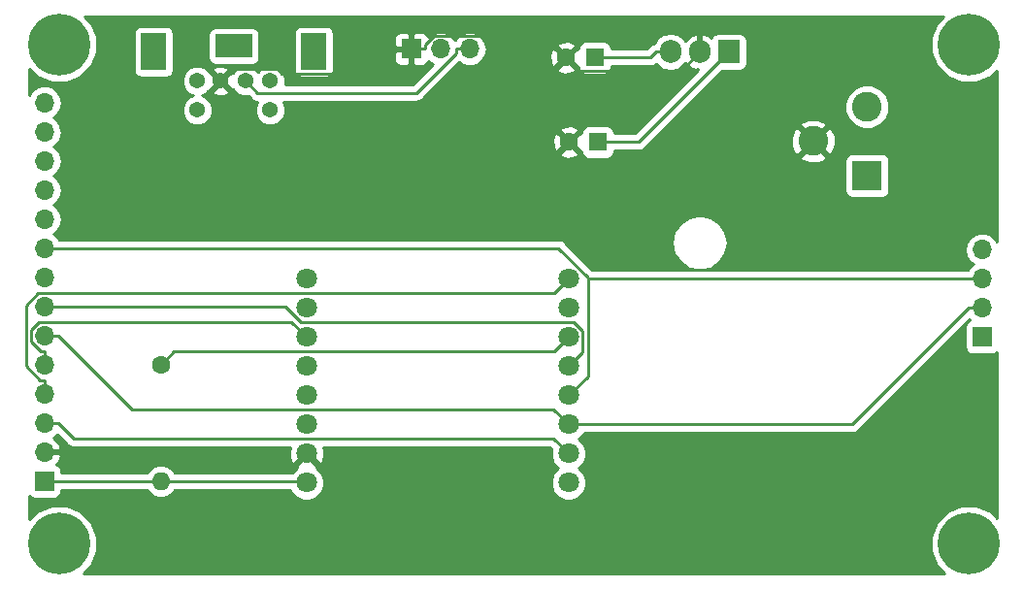
<source format=gtl>
G04 #@! TF.GenerationSoftware,KiCad,Pcbnew,5.0.2+dfsg1-1~bpo9+1*
G04 #@! TF.CreationDate,2019-06-18T09:35:30+01:00*
G04 #@! TF.ProjectId,esp8bit,65737038-6269-4742-9e6b-696361645f70,rev?*
G04 #@! TF.SameCoordinates,Original*
G04 #@! TF.FileFunction,Copper,L1,Top*
G04 #@! TF.FilePolarity,Positive*
%FSLAX46Y46*%
G04 Gerber Fmt 4.6, Leading zero omitted, Abs format (unit mm)*
G04 Created by KiCad (PCBNEW 5.0.2+dfsg1-1~bpo9+1) date Tue 18 Jun 2019 09:35:30 IST*
%MOMM*%
%LPD*%
G01*
G04 APERTURE LIST*
G04 #@! TA.AperFunction,ComponentPad*
%ADD10C,5.400000*%
G04 #@! TD*
G04 #@! TA.AperFunction,ComponentPad*
%ADD11O,1.700000X1.700000*%
G04 #@! TD*
G04 #@! TA.AperFunction,ComponentPad*
%ADD12R,1.700000X1.700000*%
G04 #@! TD*
G04 #@! TA.AperFunction,ComponentPad*
%ADD13R,1.600000X1.600000*%
G04 #@! TD*
G04 #@! TA.AperFunction,ComponentPad*
%ADD14C,1.600000*%
G04 #@! TD*
G04 #@! TA.AperFunction,ComponentPad*
%ADD15R,2.600000X2.600000*%
G04 #@! TD*
G04 #@! TA.AperFunction,ComponentPad*
%ADD16C,2.600000*%
G04 #@! TD*
G04 #@! TA.AperFunction,ComponentPad*
%ADD17R,1.905000X2.000000*%
G04 #@! TD*
G04 #@! TA.AperFunction,ComponentPad*
%ADD18O,1.905000X2.000000*%
G04 #@! TD*
G04 #@! TA.AperFunction,ComponentPad*
%ADD19O,1.600000X1.600000*%
G04 #@! TD*
G04 #@! TA.AperFunction,ComponentPad*
%ADD20R,2.169160X3.200400*%
G04 #@! TD*
G04 #@! TA.AperFunction,ComponentPad*
%ADD21R,3.200400X1.998980*%
G04 #@! TD*
G04 #@! TA.AperFunction,ComponentPad*
%ADD22C,1.371600*%
G04 #@! TD*
G04 #@! TA.AperFunction,ComponentPad*
%ADD23C,1.800000*%
G04 #@! TD*
G04 #@! TA.AperFunction,Conductor*
%ADD24C,0.250000*%
G04 #@! TD*
G04 #@! TA.AperFunction,Conductor*
%ADD25C,0.254000*%
G04 #@! TD*
G04 APERTURE END LIST*
D10*
G04 #@! TO.P,REF1,1*
G04 #@! TO.N,N/C*
X80010000Y-43815000D03*
G04 #@! TD*
G04 #@! TO.P,REF2,1*
G04 #@! TO.N,N/C*
X159385000Y-43815000D03*
G04 #@! TD*
G04 #@! TO.P,REF4,1*
G04 #@! TO.N,N/C*
X80010000Y-87376000D03*
G04 #@! TD*
G04 #@! TO.P,REF3,1*
G04 #@! TO.N,N/C*
X159385000Y-87376000D03*
G04 #@! TD*
D11*
G04 #@! TO.P,J4,3*
G04 #@! TO.N,VCC*
X115824000Y-44196000D03*
G04 #@! TO.P,J4,2*
G04 #@! TO.N,/Sound*
X113284000Y-44196000D03*
D12*
G04 #@! TO.P,J4,1*
G04 #@! TO.N,GND*
X110744000Y-44196000D03*
G04 #@! TD*
D13*
G04 #@! TO.P,C2,1*
G04 #@! TO.N,VCC*
X126746000Y-44958000D03*
D14*
G04 #@! TO.P,C2,2*
G04 #@! TO.N,GND*
X124246000Y-44958000D03*
G04 #@! TD*
D13*
G04 #@! TO.P,C1,1*
G04 #@! TO.N,+9V*
X127000000Y-52324000D03*
D14*
G04 #@! TO.P,C1,2*
G04 #@! TO.N,GND*
X124500000Y-52324000D03*
G04 #@! TD*
D15*
G04 #@! TO.P,J5,1*
G04 #@! TO.N,+9V*
X150495000Y-55245000D03*
D16*
G04 #@! TO.P,J5,2*
G04 #@! TO.N,Net-(J5-Pad2)*
X150495000Y-49245000D03*
G04 #@! TO.P,J5,3*
G04 #@! TO.N,GND*
X145795000Y-52245000D03*
G04 #@! TD*
D12*
G04 #@! TO.P,J3,1*
G04 #@! TO.N,/SD_CS*
X160528000Y-69342000D03*
D11*
G04 #@! TO.P,J3,2*
G04 #@! TO.N,/MOSI*
X160528000Y-66802000D03*
G04 #@! TO.P,J3,3*
G04 #@! TO.N,/MISO*
X160528000Y-64262000D03*
G04 #@! TO.P,J3,4*
G04 #@! TO.N,/SCK*
X160528000Y-61722000D03*
G04 #@! TD*
D12*
G04 #@! TO.P,J1,1*
G04 #@! TO.N,VCC*
X78740000Y-81915000D03*
D11*
G04 #@! TO.P,J1,2*
G04 #@! TO.N,GND*
X78740000Y-79375000D03*
G04 #@! TO.P,J1,3*
G04 #@! TO.N,/TFT_CS*
X78740000Y-76835000D03*
G04 #@! TO.P,J1,4*
G04 #@! TO.N,/Rst*
X78740000Y-74295000D03*
G04 #@! TO.P,J1,5*
G04 #@! TO.N,/DC*
X78740000Y-71755000D03*
G04 #@! TO.P,J1,6*
G04 #@! TO.N,/MOSI*
X78740000Y-69215000D03*
G04 #@! TO.P,J1,7*
G04 #@! TO.N,/SCK*
X78740000Y-66675000D03*
G04 #@! TO.P,J1,8*
G04 #@! TO.N,VCC*
X78740000Y-64135000D03*
G04 #@! TO.P,J1,9*
G04 #@! TO.N,/MISO*
X78740000Y-61595000D03*
G04 #@! TO.P,J1,10*
G04 #@! TO.N,/T_CLK*
X78740000Y-59055000D03*
G04 #@! TO.P,J1,11*
G04 #@! TO.N,/T_CS*
X78740000Y-56515000D03*
G04 #@! TO.P,J1,12*
G04 #@! TO.N,/T_DIN*
X78740000Y-53975000D03*
G04 #@! TO.P,J1,13*
G04 #@! TO.N,/T_OUT*
X78740000Y-51435000D03*
G04 #@! TO.P,J1,14*
G04 #@! TO.N,/T_IRQ*
X78740000Y-48895000D03*
G04 #@! TD*
D17*
G04 #@! TO.P,U2,1*
G04 #@! TO.N,+9V*
X138430000Y-44450000D03*
D18*
G04 #@! TO.P,U2,2*
G04 #@! TO.N,GND*
X135890000Y-44450000D03*
G04 #@! TO.P,U2,3*
G04 #@! TO.N,VCC*
X133350000Y-44450000D03*
G04 #@! TD*
D14*
G04 #@! TO.P,R1,1*
G04 #@! TO.N,/SD_CS*
X88900000Y-71755000D03*
D19*
G04 #@! TO.P,R1,2*
G04 #@! TO.N,VCC*
X88900000Y-81915000D03*
G04 #@! TD*
D20*
G04 #@! TO.P,J2,GND*
G04 #@! TO.N,N/C*
X102235000Y-44450000D03*
X88265000Y-44450000D03*
D21*
X95250000Y-43942000D03*
D22*
G04 #@! TO.P,J2,2*
G04 #@! TO.N,Net-(J2-Pad2)*
X92075000Y-46990000D03*
G04 #@! TO.P,J2,5*
G04 #@! TO.N,/KBD_CLK*
X98425000Y-46990000D03*
G04 #@! TO.P,J2,6*
G04 #@! TO.N,Net-(J2-Pad6)*
X98425000Y-49530000D03*
G04 #@! TO.P,J2,1*
G04 #@! TO.N,/KBD_DATA*
X92075000Y-49530000D03*
G04 #@! TO.P,J2,3*
G04 #@! TO.N,GND*
X94107000Y-46990000D03*
G04 #@! TO.P,J2,4*
G04 #@! TO.N,VCC*
X96266000Y-46990000D03*
G04 #@! TD*
D23*
G04 #@! TO.P,U1,9*
G04 #@! TO.N,/Rst*
X124460000Y-64262000D03*
G04 #@! TO.P,U1,10*
G04 #@! TO.N,Net-(U1-Pad10)*
X124460000Y-66802000D03*
G04 #@! TO.P,U1,11*
G04 #@! TO.N,/SD_CS*
X124460000Y-69342000D03*
G04 #@! TO.P,U1,12*
G04 #@! TO.N,/SCK*
X124460000Y-71882000D03*
G04 #@! TO.P,U1,13*
G04 #@! TO.N,/MISO*
X124460000Y-74422000D03*
G04 #@! TO.P,U1,14*
G04 #@! TO.N,/MOSI*
X124460000Y-76962000D03*
G04 #@! TO.P,U1,15*
G04 #@! TO.N,/TFT_CS*
X124460000Y-79502000D03*
G04 #@! TO.P,U1,16*
G04 #@! TO.N,Net-(U1-Pad16)*
X124460000Y-82042000D03*
G04 #@! TO.P,U1,1*
G04 #@! TO.N,VCC*
X101600000Y-82042000D03*
G04 #@! TO.P,U1,2*
G04 #@! TO.N,GND*
X101600000Y-79502000D03*
G04 #@! TO.P,U1,3*
G04 #@! TO.N,/KBD_CLK*
X101600000Y-76962000D03*
G04 #@! TO.P,U1,4*
G04 #@! TO.N,/KBD_DATA*
X101600000Y-74422000D03*
G04 #@! TO.P,U1,5*
G04 #@! TO.N,/Sound*
X101600000Y-71882000D03*
G04 #@! TO.P,U1,6*
G04 #@! TO.N,/DC*
X101600000Y-69342000D03*
G04 #@! TO.P,U1,7*
G04 #@! TO.N,Net-(U1-Pad7)*
X101600000Y-66802000D03*
G04 #@! TO.P,U1,8*
G04 #@! TO.N,Net-(U1-Pad8)*
X101600000Y-64262000D03*
G04 #@! TD*
D24*
G04 #@! TO.N,/DC*
X78740000Y-70579700D02*
X78438700Y-70579700D01*
X78438700Y-70579700D02*
X77564700Y-69705700D01*
X77564700Y-69705700D02*
X77564700Y-68720100D01*
X77564700Y-68720100D02*
X78253100Y-68031700D01*
X78253100Y-68031700D02*
X100289700Y-68031700D01*
X100289700Y-68031700D02*
X101600000Y-69342000D01*
X78740000Y-71755000D02*
X78740000Y-70579700D01*
G04 #@! TO.N,GND*
X125371000Y-46083400D02*
X125371000Y-51452600D01*
X125371000Y-51452600D02*
X124500000Y-52324000D01*
X135890000Y-44450000D02*
X134257000Y-46083400D01*
X134257000Y-46083400D02*
X125371000Y-46083400D01*
X124246000Y-44958000D02*
X122309000Y-43020700D01*
X122309000Y-43020700D02*
X112727000Y-43020700D01*
X112727000Y-43020700D02*
X111919000Y-43828600D01*
X111919000Y-43828600D02*
X111919000Y-44196000D01*
X111919000Y-44196000D02*
X110744000Y-44196000D01*
X94107000Y-46990000D02*
X95118100Y-45978900D01*
X95118100Y-45978900D02*
X99039500Y-45978900D01*
X99039500Y-45978900D02*
X99436200Y-46375600D01*
X99436200Y-46375600D02*
X107389000Y-46375600D01*
X107389000Y-46375600D02*
X109569000Y-44196000D01*
X109569000Y-44196000D02*
X110744000Y-44196000D01*
X125371000Y-46083400D02*
X124246000Y-44958000D01*
G04 #@! TO.N,VCC*
X88900000Y-81915000D02*
X101473000Y-81915000D01*
X101473000Y-81915000D02*
X101600000Y-82042000D01*
X88900000Y-81915000D02*
X78740000Y-81915000D01*
X96266000Y-46990000D02*
X97296800Y-48020800D01*
X97296800Y-48020800D02*
X111191000Y-48020800D01*
X111191000Y-48020800D02*
X114649000Y-44563300D01*
X114649000Y-44563300D02*
X114649000Y-44196000D01*
X114649000Y-44196000D02*
X115824000Y-44196000D01*
X126746000Y-44958000D02*
X131564000Y-44958000D01*
X131564000Y-44958000D02*
X132072000Y-44450000D01*
X132072000Y-44450000D02*
X133350000Y-44450000D01*
G04 #@! TO.N,/TFT_CS*
X78740000Y-76835000D02*
X79915300Y-76835000D01*
X124460000Y-79502000D02*
X123157600Y-78199600D01*
X123157600Y-78199600D02*
X81279900Y-78199600D01*
X81279900Y-78199600D02*
X79915300Y-76835000D01*
G04 #@! TO.N,/MOSI*
X78740000Y-69215000D02*
X79915300Y-69215000D01*
X79915300Y-69215000D02*
X86347700Y-75647400D01*
X86347700Y-75647400D02*
X123145400Y-75647400D01*
X123145400Y-75647400D02*
X124460000Y-76962000D01*
X160528000Y-66802000D02*
X159352700Y-66802000D01*
X124460000Y-76962000D02*
X149192700Y-76962000D01*
X149192700Y-76962000D02*
X159352700Y-66802000D01*
G04 #@! TO.N,/MISO*
X126144600Y-64262000D02*
X126144600Y-72737400D01*
X126144600Y-72737400D02*
X124460000Y-74422000D01*
X78740000Y-61595000D02*
X123561900Y-61595000D01*
X123561900Y-61595000D02*
X126144600Y-64177700D01*
X126144600Y-64177700D02*
X126144600Y-64262000D01*
X126144600Y-64262000D02*
X160528000Y-64262000D01*
G04 #@! TO.N,/SCK*
X124460000Y-71882000D02*
X125694200Y-70647800D01*
X125694200Y-70647800D02*
X125694200Y-68828500D01*
X125694200Y-68828500D02*
X124937700Y-68072000D01*
X124937700Y-68072000D02*
X101137100Y-68072000D01*
X101137100Y-68072000D02*
X99740100Y-66675000D01*
X99740100Y-66675000D02*
X78740000Y-66675000D01*
G04 #@! TO.N,/SD_CS*
X124460000Y-69342000D02*
X123190000Y-70612000D01*
X123190000Y-70612000D02*
X90043000Y-70612000D01*
X90043000Y-70612000D02*
X88900000Y-71755000D01*
G04 #@! TO.N,/Rst*
X124460000Y-64262000D02*
X123222500Y-65499500D01*
X123222500Y-65499500D02*
X78203500Y-65499500D01*
X78203500Y-65499500D02*
X77114400Y-66588600D01*
X77114400Y-66588600D02*
X77114400Y-71861500D01*
X77114400Y-71861500D02*
X78372600Y-73119700D01*
X78372600Y-73119700D02*
X78740000Y-73119700D01*
X78740000Y-74295000D02*
X78740000Y-73119700D01*
G04 #@! TO.N,+9V*
X138430000Y-44450000D02*
X130556000Y-52324000D01*
X130556000Y-52324000D02*
X127000000Y-52324000D01*
G04 #@! TD*
D25*
G04 #@! TO.N,GND*
G36*
X159457375Y-67872625D02*
X159475619Y-67884816D01*
X159430235Y-67893843D01*
X159220191Y-68034191D01*
X159079843Y-68244235D01*
X159030560Y-68492000D01*
X159030560Y-70192000D01*
X159079843Y-70439765D01*
X159220191Y-70649809D01*
X159430235Y-70790157D01*
X159678000Y-70839440D01*
X161378000Y-70839440D01*
X161625765Y-70790157D01*
X161835809Y-70649809D01*
X161850000Y-70628570D01*
X161850000Y-85124597D01*
X161274126Y-84548723D01*
X160048373Y-84041000D01*
X158721627Y-84041000D01*
X157495874Y-84548723D01*
X156557723Y-85486874D01*
X156050000Y-86712627D01*
X156050000Y-88039373D01*
X156557723Y-89265126D01*
X157260597Y-89968000D01*
X82134403Y-89968000D01*
X82837277Y-89265126D01*
X83345000Y-88039373D01*
X83345000Y-86712627D01*
X82837277Y-85486874D01*
X81899126Y-84548723D01*
X80673373Y-84041000D01*
X79346627Y-84041000D01*
X78120874Y-84548723D01*
X77418000Y-85251597D01*
X77418000Y-83201571D01*
X77432191Y-83222809D01*
X77642235Y-83363157D01*
X77890000Y-83412440D01*
X79590000Y-83412440D01*
X79837765Y-83363157D01*
X80047809Y-83222809D01*
X80188157Y-83012765D01*
X80237440Y-82765000D01*
X80237440Y-82675000D01*
X87681957Y-82675000D01*
X87865423Y-82949577D01*
X88340091Y-83266740D01*
X88758667Y-83350000D01*
X89041333Y-83350000D01*
X89459909Y-83266740D01*
X89934577Y-82949577D01*
X90118043Y-82675000D01*
X100200725Y-82675000D01*
X100298690Y-82911507D01*
X100730493Y-83343310D01*
X101294670Y-83577000D01*
X101905330Y-83577000D01*
X102469507Y-83343310D01*
X102901310Y-82911507D01*
X103135000Y-82347330D01*
X103135000Y-81736670D01*
X102901310Y-81172493D01*
X102469507Y-80740690D01*
X102449885Y-80732562D01*
X102500554Y-80582159D01*
X101600000Y-79681605D01*
X100699446Y-80582159D01*
X100750115Y-80732562D01*
X100730493Y-80740690D01*
X100316183Y-81155000D01*
X90118043Y-81155000D01*
X89934577Y-80880423D01*
X89459909Y-80563260D01*
X89041333Y-80480000D01*
X88758667Y-80480000D01*
X88340091Y-80563260D01*
X87865423Y-80880423D01*
X87681957Y-81155000D01*
X80237440Y-81155000D01*
X80237440Y-81065000D01*
X80188157Y-80817235D01*
X80047809Y-80607191D01*
X79837765Y-80466843D01*
X79734292Y-80446261D01*
X80011645Y-80141924D01*
X80181476Y-79731890D01*
X80060155Y-79502000D01*
X78867000Y-79502000D01*
X78867000Y-79522000D01*
X78613000Y-79522000D01*
X78613000Y-79502000D01*
X78593000Y-79502000D01*
X78593000Y-79248000D01*
X78613000Y-79248000D01*
X78613000Y-79228000D01*
X78867000Y-79228000D01*
X78867000Y-79248000D01*
X80060155Y-79248000D01*
X80181476Y-79018110D01*
X80011645Y-78608076D01*
X79621358Y-78179817D01*
X79491522Y-78118843D01*
X79810625Y-77905625D01*
X79850879Y-77845380D01*
X80689570Y-78684072D01*
X80731971Y-78747529D01*
X80795427Y-78789929D01*
X80983362Y-78915504D01*
X81031505Y-78925080D01*
X81205048Y-78959600D01*
X81205052Y-78959600D01*
X81279900Y-78974488D01*
X81354748Y-78959600D01*
X100163935Y-78959600D01*
X100053542Y-79261336D01*
X100079161Y-79871460D01*
X100263357Y-80316148D01*
X100519841Y-80402554D01*
X101420395Y-79502000D01*
X101406253Y-79487858D01*
X101585858Y-79308253D01*
X101600000Y-79322395D01*
X101614143Y-79308253D01*
X101793748Y-79487858D01*
X101779605Y-79502000D01*
X102680159Y-80402554D01*
X102936643Y-80316148D01*
X103146458Y-79742664D01*
X103120839Y-79132540D01*
X103049205Y-78959600D01*
X122842799Y-78959600D01*
X122970360Y-79087161D01*
X122925000Y-79196670D01*
X122925000Y-79807330D01*
X123158690Y-80371507D01*
X123559183Y-80772000D01*
X123158690Y-81172493D01*
X122925000Y-81736670D01*
X122925000Y-82347330D01*
X123158690Y-82911507D01*
X123590493Y-83343310D01*
X124154670Y-83577000D01*
X124765330Y-83577000D01*
X125329507Y-83343310D01*
X125761310Y-82911507D01*
X125995000Y-82347330D01*
X125995000Y-81736670D01*
X125761310Y-81172493D01*
X125360817Y-80772000D01*
X125761310Y-80371507D01*
X125995000Y-79807330D01*
X125995000Y-79196670D01*
X125761310Y-78632493D01*
X125360817Y-78232000D01*
X125761310Y-77831507D01*
X125806669Y-77722000D01*
X149117853Y-77722000D01*
X149192700Y-77736888D01*
X149267547Y-77722000D01*
X149267552Y-77722000D01*
X149489237Y-77677904D01*
X149740629Y-77509929D01*
X149783031Y-77446470D01*
X159417121Y-67812381D01*
X159457375Y-67872625D01*
X159457375Y-67872625D01*
G37*
X159457375Y-67872625D02*
X159475619Y-67884816D01*
X159430235Y-67893843D01*
X159220191Y-68034191D01*
X159079843Y-68244235D01*
X159030560Y-68492000D01*
X159030560Y-70192000D01*
X159079843Y-70439765D01*
X159220191Y-70649809D01*
X159430235Y-70790157D01*
X159678000Y-70839440D01*
X161378000Y-70839440D01*
X161625765Y-70790157D01*
X161835809Y-70649809D01*
X161850000Y-70628570D01*
X161850000Y-85124597D01*
X161274126Y-84548723D01*
X160048373Y-84041000D01*
X158721627Y-84041000D01*
X157495874Y-84548723D01*
X156557723Y-85486874D01*
X156050000Y-86712627D01*
X156050000Y-88039373D01*
X156557723Y-89265126D01*
X157260597Y-89968000D01*
X82134403Y-89968000D01*
X82837277Y-89265126D01*
X83345000Y-88039373D01*
X83345000Y-86712627D01*
X82837277Y-85486874D01*
X81899126Y-84548723D01*
X80673373Y-84041000D01*
X79346627Y-84041000D01*
X78120874Y-84548723D01*
X77418000Y-85251597D01*
X77418000Y-83201571D01*
X77432191Y-83222809D01*
X77642235Y-83363157D01*
X77890000Y-83412440D01*
X79590000Y-83412440D01*
X79837765Y-83363157D01*
X80047809Y-83222809D01*
X80188157Y-83012765D01*
X80237440Y-82765000D01*
X80237440Y-82675000D01*
X87681957Y-82675000D01*
X87865423Y-82949577D01*
X88340091Y-83266740D01*
X88758667Y-83350000D01*
X89041333Y-83350000D01*
X89459909Y-83266740D01*
X89934577Y-82949577D01*
X90118043Y-82675000D01*
X100200725Y-82675000D01*
X100298690Y-82911507D01*
X100730493Y-83343310D01*
X101294670Y-83577000D01*
X101905330Y-83577000D01*
X102469507Y-83343310D01*
X102901310Y-82911507D01*
X103135000Y-82347330D01*
X103135000Y-81736670D01*
X102901310Y-81172493D01*
X102469507Y-80740690D01*
X102449885Y-80732562D01*
X102500554Y-80582159D01*
X101600000Y-79681605D01*
X100699446Y-80582159D01*
X100750115Y-80732562D01*
X100730493Y-80740690D01*
X100316183Y-81155000D01*
X90118043Y-81155000D01*
X89934577Y-80880423D01*
X89459909Y-80563260D01*
X89041333Y-80480000D01*
X88758667Y-80480000D01*
X88340091Y-80563260D01*
X87865423Y-80880423D01*
X87681957Y-81155000D01*
X80237440Y-81155000D01*
X80237440Y-81065000D01*
X80188157Y-80817235D01*
X80047809Y-80607191D01*
X79837765Y-80466843D01*
X79734292Y-80446261D01*
X80011645Y-80141924D01*
X80181476Y-79731890D01*
X80060155Y-79502000D01*
X78867000Y-79502000D01*
X78867000Y-79522000D01*
X78613000Y-79522000D01*
X78613000Y-79502000D01*
X78593000Y-79502000D01*
X78593000Y-79248000D01*
X78613000Y-79248000D01*
X78613000Y-79228000D01*
X78867000Y-79228000D01*
X78867000Y-79248000D01*
X80060155Y-79248000D01*
X80181476Y-79018110D01*
X80011645Y-78608076D01*
X79621358Y-78179817D01*
X79491522Y-78118843D01*
X79810625Y-77905625D01*
X79850879Y-77845380D01*
X80689570Y-78684072D01*
X80731971Y-78747529D01*
X80795427Y-78789929D01*
X80983362Y-78915504D01*
X81031505Y-78925080D01*
X81205048Y-78959600D01*
X81205052Y-78959600D01*
X81279900Y-78974488D01*
X81354748Y-78959600D01*
X100163935Y-78959600D01*
X100053542Y-79261336D01*
X100079161Y-79871460D01*
X100263357Y-80316148D01*
X100519841Y-80402554D01*
X101420395Y-79502000D01*
X101406253Y-79487858D01*
X101585858Y-79308253D01*
X101600000Y-79322395D01*
X101614143Y-79308253D01*
X101793748Y-79487858D01*
X101779605Y-79502000D01*
X102680159Y-80402554D01*
X102936643Y-80316148D01*
X103146458Y-79742664D01*
X103120839Y-79132540D01*
X103049205Y-78959600D01*
X122842799Y-78959600D01*
X122970360Y-79087161D01*
X122925000Y-79196670D01*
X122925000Y-79807330D01*
X123158690Y-80371507D01*
X123559183Y-80772000D01*
X123158690Y-81172493D01*
X122925000Y-81736670D01*
X122925000Y-82347330D01*
X123158690Y-82911507D01*
X123590493Y-83343310D01*
X124154670Y-83577000D01*
X124765330Y-83577000D01*
X125329507Y-83343310D01*
X125761310Y-82911507D01*
X125995000Y-82347330D01*
X125995000Y-81736670D01*
X125761310Y-81172493D01*
X125360817Y-80772000D01*
X125761310Y-80371507D01*
X125995000Y-79807330D01*
X125995000Y-79196670D01*
X125761310Y-78632493D01*
X125360817Y-78232000D01*
X125761310Y-77831507D01*
X125806669Y-77722000D01*
X149117853Y-77722000D01*
X149192700Y-77736888D01*
X149267547Y-77722000D01*
X149267552Y-77722000D01*
X149489237Y-77677904D01*
X149740629Y-77509929D01*
X149783031Y-77446470D01*
X159417121Y-67812381D01*
X159457375Y-67872625D01*
G36*
X156557723Y-41925874D02*
X156050000Y-43151627D01*
X156050000Y-44478373D01*
X156557723Y-45704126D01*
X157495874Y-46642277D01*
X158721627Y-47150000D01*
X160048373Y-47150000D01*
X161274126Y-46642277D01*
X161850001Y-46066402D01*
X161850001Y-61027585D01*
X161598625Y-60651375D01*
X161107418Y-60323161D01*
X160674256Y-60237000D01*
X160381744Y-60237000D01*
X159948582Y-60323161D01*
X159457375Y-60651375D01*
X159129161Y-61142582D01*
X159013908Y-61722000D01*
X159129161Y-62301418D01*
X159457375Y-62792625D01*
X159755761Y-62992000D01*
X159457375Y-63191375D01*
X159249822Y-63502000D01*
X126543703Y-63502000D01*
X124152231Y-61110530D01*
X124151877Y-61110000D01*
X133458276Y-61110000D01*
X133643380Y-62040580D01*
X134170511Y-62829489D01*
X134959420Y-63356620D01*
X135655103Y-63495000D01*
X136124897Y-63495000D01*
X136820580Y-63356620D01*
X137609489Y-62829489D01*
X138136620Y-62040580D01*
X138321724Y-61110000D01*
X138136620Y-60179420D01*
X137609489Y-59390511D01*
X136820580Y-58863380D01*
X136124897Y-58725000D01*
X135655103Y-58725000D01*
X134959420Y-58863380D01*
X134170511Y-59390511D01*
X133643380Y-60179420D01*
X133458276Y-61110000D01*
X124151877Y-61110000D01*
X124109829Y-61047071D01*
X123858437Y-60879096D01*
X123636752Y-60835000D01*
X123636747Y-60835000D01*
X123561900Y-60820112D01*
X123487053Y-60835000D01*
X80018178Y-60835000D01*
X79810625Y-60524375D01*
X79512239Y-60325000D01*
X79810625Y-60125625D01*
X80138839Y-59634418D01*
X80254092Y-59055000D01*
X80138839Y-58475582D01*
X79810625Y-57984375D01*
X79512239Y-57785000D01*
X79810625Y-57585625D01*
X80138839Y-57094418D01*
X80254092Y-56515000D01*
X80138839Y-55935582D01*
X79810625Y-55444375D01*
X79512239Y-55245000D01*
X79810625Y-55045625D01*
X80138839Y-54554418D01*
X80254092Y-53975000D01*
X80138839Y-53395582D01*
X80096185Y-53331745D01*
X123671861Y-53331745D01*
X123745995Y-53577864D01*
X124283223Y-53770965D01*
X124853454Y-53743778D01*
X125254005Y-53577864D01*
X125328139Y-53331745D01*
X124500000Y-52503605D01*
X123671861Y-53331745D01*
X80096185Y-53331745D01*
X79810625Y-52904375D01*
X79512239Y-52705000D01*
X79810625Y-52505625D01*
X80076828Y-52107223D01*
X123053035Y-52107223D01*
X123080222Y-52677454D01*
X123246136Y-53078005D01*
X123492255Y-53152139D01*
X124320395Y-52324000D01*
X123492255Y-51495861D01*
X123246136Y-51569995D01*
X123053035Y-52107223D01*
X80076828Y-52107223D01*
X80138839Y-52014418D01*
X80254092Y-51435000D01*
X80230473Y-51316255D01*
X123671861Y-51316255D01*
X124500000Y-52144395D01*
X125328139Y-51316255D01*
X125254005Y-51070136D01*
X124716777Y-50877035D01*
X124146546Y-50904222D01*
X123745995Y-51070136D01*
X123671861Y-51316255D01*
X80230473Y-51316255D01*
X80138839Y-50855582D01*
X79810625Y-50364375D01*
X79512239Y-50165000D01*
X79810625Y-49965625D01*
X80138839Y-49474418D01*
X80254092Y-48895000D01*
X80138839Y-48315582D01*
X79810625Y-47824375D01*
X79319418Y-47496161D01*
X78886256Y-47410000D01*
X78593744Y-47410000D01*
X78160582Y-47496161D01*
X77669375Y-47824375D01*
X77418000Y-48200584D01*
X77418000Y-45939403D01*
X78120874Y-46642277D01*
X79346627Y-47150000D01*
X80673373Y-47150000D01*
X81693917Y-46727277D01*
X90754200Y-46727277D01*
X90754200Y-47252723D01*
X90955280Y-47738173D01*
X91326827Y-48109720D01*
X91689635Y-48260000D01*
X91326827Y-48410280D01*
X90955280Y-48781827D01*
X90754200Y-49267277D01*
X90754200Y-49792723D01*
X90955280Y-50278173D01*
X91326827Y-50649720D01*
X91812277Y-50850800D01*
X92337723Y-50850800D01*
X92823173Y-50649720D01*
X93194720Y-50278173D01*
X93395800Y-49792723D01*
X93395800Y-49267277D01*
X93194720Y-48781827D01*
X92823173Y-48410280D01*
X92460365Y-48260000D01*
X92823173Y-48109720D01*
X93017914Y-47914979D01*
X93361626Y-47914979D01*
X93421717Y-48149277D01*
X93917517Y-48323279D01*
X94442164Y-48294301D01*
X94792283Y-48149277D01*
X94852374Y-47914979D01*
X94107000Y-47169605D01*
X93361626Y-47914979D01*
X93017914Y-47914979D01*
X93194720Y-47738173D01*
X93205679Y-47711716D01*
X93927395Y-46990000D01*
X94286605Y-46990000D01*
X95031979Y-47735374D01*
X95134255Y-47709143D01*
X95146280Y-47738173D01*
X95517827Y-48109720D01*
X96003277Y-48310800D01*
X96511998Y-48310800D01*
X96706473Y-48505275D01*
X96748871Y-48568729D01*
X96812324Y-48611127D01*
X96812326Y-48611129D01*
X96937702Y-48694902D01*
X97000263Y-48736704D01*
X97221948Y-48780800D01*
X97221952Y-48780800D01*
X97296799Y-48795688D01*
X97299785Y-48795094D01*
X97104200Y-49267277D01*
X97104200Y-49792723D01*
X97305280Y-50278173D01*
X97676827Y-50649720D01*
X98162277Y-50850800D01*
X98687723Y-50850800D01*
X99173173Y-50649720D01*
X99544720Y-50278173D01*
X99745800Y-49792723D01*
X99745800Y-49267277D01*
X99544720Y-48781827D01*
X99543693Y-48780800D01*
X111116125Y-48780800D01*
X111190944Y-48795688D01*
X111265820Y-48780800D01*
X111265852Y-48780800D01*
X111349017Y-48764257D01*
X111487485Y-48736725D01*
X111487508Y-48736710D01*
X111487537Y-48736704D01*
X111616586Y-48650476D01*
X111675430Y-48611164D01*
X111675449Y-48611145D01*
X111738929Y-48568729D01*
X111781314Y-48505295D01*
X114321231Y-45965745D01*
X123417861Y-45965745D01*
X123491995Y-46211864D01*
X124029223Y-46404965D01*
X124599454Y-46377778D01*
X125000005Y-46211864D01*
X125074139Y-45965745D01*
X124246000Y-45137605D01*
X123417861Y-45965745D01*
X114321231Y-45965745D01*
X114913467Y-45373595D01*
X115244582Y-45594839D01*
X115677744Y-45681000D01*
X115970256Y-45681000D01*
X116403418Y-45594839D01*
X116894625Y-45266625D01*
X117222839Y-44775418D01*
X117229640Y-44741223D01*
X122799035Y-44741223D01*
X122826222Y-45311454D01*
X122992136Y-45712005D01*
X123238255Y-45786139D01*
X124066395Y-44958000D01*
X124425605Y-44958000D01*
X125253745Y-45786139D01*
X125301307Y-45771813D01*
X125347843Y-46005765D01*
X125488191Y-46215809D01*
X125698235Y-46356157D01*
X125946000Y-46405440D01*
X127546000Y-46405440D01*
X127793765Y-46356157D01*
X128003809Y-46215809D01*
X128144157Y-46005765D01*
X128193440Y-45758000D01*
X128193440Y-45718000D01*
X131489153Y-45718000D01*
X131564000Y-45732888D01*
X131638847Y-45718000D01*
X131638852Y-45718000D01*
X131860537Y-45673904D01*
X132111929Y-45505929D01*
X132113236Y-45503974D01*
X132205477Y-45642023D01*
X132730589Y-45992891D01*
X133350000Y-46116100D01*
X133969410Y-45992891D01*
X134494523Y-45642023D01*
X134629159Y-45440526D01*
X135023076Y-45825973D01*
X135517020Y-46040563D01*
X135762998Y-45920595D01*
X135762998Y-46042200D01*
X130241199Y-51564000D01*
X128447440Y-51564000D01*
X128447440Y-51524000D01*
X128398157Y-51276235D01*
X128257809Y-51066191D01*
X128047765Y-50925843D01*
X127800000Y-50876560D01*
X126200000Y-50876560D01*
X125952235Y-50925843D01*
X125742191Y-51066191D01*
X125601843Y-51276235D01*
X125555307Y-51510187D01*
X125507745Y-51495861D01*
X124679605Y-52324000D01*
X125507745Y-53152139D01*
X125555307Y-53137813D01*
X125601843Y-53371765D01*
X125742191Y-53581809D01*
X125952235Y-53722157D01*
X126200000Y-53771440D01*
X127800000Y-53771440D01*
X128047765Y-53722157D01*
X128208945Y-53614459D01*
X144605146Y-53614459D01*
X144740504Y-53912455D01*
X145458880Y-54189066D01*
X146228427Y-54169710D01*
X146770925Y-53945000D01*
X148547560Y-53945000D01*
X148547560Y-56545000D01*
X148596843Y-56792765D01*
X148737191Y-57002809D01*
X148947235Y-57143157D01*
X149195000Y-57192440D01*
X151795000Y-57192440D01*
X152042765Y-57143157D01*
X152252809Y-57002809D01*
X152393157Y-56792765D01*
X152442440Y-56545000D01*
X152442440Y-53945000D01*
X152393157Y-53697235D01*
X152252809Y-53487191D01*
X152042765Y-53346843D01*
X151795000Y-53297560D01*
X149195000Y-53297560D01*
X148947235Y-53346843D01*
X148737191Y-53487191D01*
X148596843Y-53697235D01*
X148547560Y-53945000D01*
X146770925Y-53945000D01*
X146849496Y-53912455D01*
X146984854Y-53614459D01*
X145795000Y-52424605D01*
X144605146Y-53614459D01*
X128208945Y-53614459D01*
X128257809Y-53581809D01*
X128398157Y-53371765D01*
X128447440Y-53124000D01*
X128447440Y-53084000D01*
X130481153Y-53084000D01*
X130556000Y-53098888D01*
X130630847Y-53084000D01*
X130630852Y-53084000D01*
X130852537Y-53039904D01*
X131103929Y-52871929D01*
X131146331Y-52808470D01*
X132045921Y-51908880D01*
X143850934Y-51908880D01*
X143870290Y-52678427D01*
X144127545Y-53299496D01*
X144425541Y-53434854D01*
X145615395Y-52245000D01*
X145974605Y-52245000D01*
X147164459Y-53434854D01*
X147462455Y-53299496D01*
X147739066Y-52581120D01*
X147719710Y-51811573D01*
X147462455Y-51190504D01*
X147164459Y-51055146D01*
X145974605Y-52245000D01*
X145615395Y-52245000D01*
X144425541Y-51055146D01*
X144127545Y-51190504D01*
X143850934Y-51908880D01*
X132045921Y-51908880D01*
X133079260Y-50875541D01*
X144605146Y-50875541D01*
X145795000Y-52065395D01*
X146984854Y-50875541D01*
X146849496Y-50577545D01*
X146131120Y-50300934D01*
X145361573Y-50320290D01*
X144740504Y-50577545D01*
X144605146Y-50875541D01*
X133079260Y-50875541D01*
X135094696Y-48860105D01*
X148560000Y-48860105D01*
X148560000Y-49629895D01*
X148854586Y-50341090D01*
X149398910Y-50885414D01*
X150110105Y-51180000D01*
X150879895Y-51180000D01*
X151591090Y-50885414D01*
X152135414Y-50341090D01*
X152430000Y-49629895D01*
X152430000Y-48860105D01*
X152135414Y-48148910D01*
X151591090Y-47604586D01*
X150879895Y-47310000D01*
X150110105Y-47310000D01*
X149398910Y-47604586D01*
X148854586Y-48148910D01*
X148560000Y-48860105D01*
X135094696Y-48860105D01*
X137857362Y-46097440D01*
X139382500Y-46097440D01*
X139630265Y-46048157D01*
X139840309Y-45907809D01*
X139980657Y-45697765D01*
X140029940Y-45450000D01*
X140029940Y-43450000D01*
X139980657Y-43202235D01*
X139840309Y-42992191D01*
X139630265Y-42851843D01*
X139382500Y-42802560D01*
X137477500Y-42802560D01*
X137229735Y-42851843D01*
X137019691Y-42992191D01*
X136882745Y-43197143D01*
X136756924Y-43074027D01*
X136262980Y-42859437D01*
X136017000Y-42979406D01*
X136017000Y-44323000D01*
X136037000Y-44323000D01*
X136037000Y-44577000D01*
X136017000Y-44577000D01*
X136017000Y-44597000D01*
X135763000Y-44597000D01*
X135763000Y-44577000D01*
X135743000Y-44577000D01*
X135743000Y-44323000D01*
X135763000Y-44323000D01*
X135763000Y-42979406D01*
X135517020Y-42859437D01*
X135023076Y-43074027D01*
X134629159Y-43459474D01*
X134494523Y-43257977D01*
X133969411Y-42907109D01*
X133350000Y-42783900D01*
X132730590Y-42907109D01*
X132205477Y-43257977D01*
X131904494Y-43708430D01*
X131775463Y-43734096D01*
X131775461Y-43734097D01*
X131775462Y-43734097D01*
X131587526Y-43859671D01*
X131587524Y-43859673D01*
X131524071Y-43902071D01*
X131481672Y-43965525D01*
X131249198Y-44198000D01*
X128193440Y-44198000D01*
X128193440Y-44158000D01*
X128144157Y-43910235D01*
X128003809Y-43700191D01*
X127793765Y-43559843D01*
X127546000Y-43510560D01*
X125946000Y-43510560D01*
X125698235Y-43559843D01*
X125488191Y-43700191D01*
X125347843Y-43910235D01*
X125301307Y-44144187D01*
X125253745Y-44129861D01*
X124425605Y-44958000D01*
X124066395Y-44958000D01*
X123238255Y-44129861D01*
X122992136Y-44203995D01*
X122799035Y-44741223D01*
X117229640Y-44741223D01*
X117338092Y-44196000D01*
X117289211Y-43950255D01*
X123417861Y-43950255D01*
X124246000Y-44778395D01*
X125074139Y-43950255D01*
X125000005Y-43704136D01*
X124462777Y-43511035D01*
X123892546Y-43538222D01*
X123491995Y-43704136D01*
X123417861Y-43950255D01*
X117289211Y-43950255D01*
X117222839Y-43616582D01*
X116894625Y-43125375D01*
X116403418Y-42797161D01*
X115970256Y-42711000D01*
X115677744Y-42711000D01*
X115244582Y-42797161D01*
X114753375Y-43125375D01*
X114554000Y-43423761D01*
X114354625Y-43125375D01*
X113863418Y-42797161D01*
X113430256Y-42711000D01*
X113137744Y-42711000D01*
X112704582Y-42797161D01*
X112213375Y-43125375D01*
X112198904Y-43147033D01*
X112132327Y-42986302D01*
X111953699Y-42807673D01*
X111720310Y-42711000D01*
X111029750Y-42711000D01*
X110871000Y-42869750D01*
X110871000Y-44069000D01*
X110891000Y-44069000D01*
X110891000Y-44323000D01*
X110871000Y-44323000D01*
X110871000Y-45522250D01*
X111029750Y-45681000D01*
X111720310Y-45681000D01*
X111953699Y-45584327D01*
X112132327Y-45405698D01*
X112198904Y-45244967D01*
X112213375Y-45266625D01*
X112607386Y-45529895D01*
X110876231Y-47260800D01*
X99742454Y-47260800D01*
X99745800Y-47252723D01*
X99745800Y-46727277D01*
X99544720Y-46241827D01*
X99173173Y-45870280D01*
X98687723Y-45669200D01*
X98162277Y-45669200D01*
X97676827Y-45870280D01*
X97345500Y-46201607D01*
X97014173Y-45870280D01*
X96528723Y-45669200D01*
X96003277Y-45669200D01*
X95517827Y-45870280D01*
X95146280Y-46241827D01*
X95134255Y-46270857D01*
X95031979Y-46244626D01*
X94286605Y-46990000D01*
X93927395Y-46990000D01*
X93205679Y-46268284D01*
X93194720Y-46241827D01*
X93017914Y-46065021D01*
X93361626Y-46065021D01*
X94107000Y-46810395D01*
X94852374Y-46065021D01*
X94792283Y-45830723D01*
X94296483Y-45656721D01*
X93771836Y-45685699D01*
X93421717Y-45830723D01*
X93361626Y-46065021D01*
X93017914Y-46065021D01*
X92823173Y-45870280D01*
X92337723Y-45669200D01*
X91812277Y-45669200D01*
X91326827Y-45870280D01*
X90955280Y-46241827D01*
X90754200Y-46727277D01*
X81693917Y-46727277D01*
X81899126Y-46642277D01*
X82837277Y-45704126D01*
X83345000Y-44478373D01*
X83345000Y-43151627D01*
X83219980Y-42849800D01*
X86532980Y-42849800D01*
X86532980Y-46050200D01*
X86582263Y-46297965D01*
X86722611Y-46508009D01*
X86932655Y-46648357D01*
X87180420Y-46697640D01*
X89349580Y-46697640D01*
X89597345Y-46648357D01*
X89807389Y-46508009D01*
X89947737Y-46297965D01*
X89997020Y-46050200D01*
X89997020Y-42942510D01*
X93002360Y-42942510D01*
X93002360Y-44941490D01*
X93051643Y-45189255D01*
X93191991Y-45399299D01*
X93402035Y-45539647D01*
X93649800Y-45588930D01*
X96850200Y-45588930D01*
X97097965Y-45539647D01*
X97308009Y-45399299D01*
X97448357Y-45189255D01*
X97497640Y-44941490D01*
X97497640Y-42942510D01*
X97479200Y-42849800D01*
X100502980Y-42849800D01*
X100502980Y-46050200D01*
X100552263Y-46297965D01*
X100692611Y-46508009D01*
X100902655Y-46648357D01*
X101150420Y-46697640D01*
X103319580Y-46697640D01*
X103567345Y-46648357D01*
X103777389Y-46508009D01*
X103917737Y-46297965D01*
X103967020Y-46050200D01*
X103967020Y-44481750D01*
X109259000Y-44481750D01*
X109259000Y-45172309D01*
X109355673Y-45405698D01*
X109534301Y-45584327D01*
X109767690Y-45681000D01*
X110458250Y-45681000D01*
X110617000Y-45522250D01*
X110617000Y-44323000D01*
X109417750Y-44323000D01*
X109259000Y-44481750D01*
X103967020Y-44481750D01*
X103967020Y-43219691D01*
X109259000Y-43219691D01*
X109259000Y-43910250D01*
X109417750Y-44069000D01*
X110617000Y-44069000D01*
X110617000Y-42869750D01*
X110458250Y-42711000D01*
X109767690Y-42711000D01*
X109534301Y-42807673D01*
X109355673Y-42986302D01*
X109259000Y-43219691D01*
X103967020Y-43219691D01*
X103967020Y-42849800D01*
X103917737Y-42602035D01*
X103777389Y-42391991D01*
X103567345Y-42251643D01*
X103319580Y-42202360D01*
X101150420Y-42202360D01*
X100902655Y-42251643D01*
X100692611Y-42391991D01*
X100552263Y-42602035D01*
X100502980Y-42849800D01*
X97479200Y-42849800D01*
X97448357Y-42694745D01*
X97308009Y-42484701D01*
X97097965Y-42344353D01*
X96850200Y-42295070D01*
X93649800Y-42295070D01*
X93402035Y-42344353D01*
X93191991Y-42484701D01*
X93051643Y-42694745D01*
X93002360Y-42942510D01*
X89997020Y-42942510D01*
X89997020Y-42849800D01*
X89947737Y-42602035D01*
X89807389Y-42391991D01*
X89597345Y-42251643D01*
X89349580Y-42202360D01*
X87180420Y-42202360D01*
X86932655Y-42251643D01*
X86722611Y-42391991D01*
X86582263Y-42602035D01*
X86532980Y-42849800D01*
X83219980Y-42849800D01*
X82837277Y-41925874D01*
X82261403Y-41350000D01*
X157133597Y-41350000D01*
X156557723Y-41925874D01*
X156557723Y-41925874D01*
G37*
X156557723Y-41925874D02*
X156050000Y-43151627D01*
X156050000Y-44478373D01*
X156557723Y-45704126D01*
X157495874Y-46642277D01*
X158721627Y-47150000D01*
X160048373Y-47150000D01*
X161274126Y-46642277D01*
X161850001Y-46066402D01*
X161850001Y-61027585D01*
X161598625Y-60651375D01*
X161107418Y-60323161D01*
X160674256Y-60237000D01*
X160381744Y-60237000D01*
X159948582Y-60323161D01*
X159457375Y-60651375D01*
X159129161Y-61142582D01*
X159013908Y-61722000D01*
X159129161Y-62301418D01*
X159457375Y-62792625D01*
X159755761Y-62992000D01*
X159457375Y-63191375D01*
X159249822Y-63502000D01*
X126543703Y-63502000D01*
X124152231Y-61110530D01*
X124151877Y-61110000D01*
X133458276Y-61110000D01*
X133643380Y-62040580D01*
X134170511Y-62829489D01*
X134959420Y-63356620D01*
X135655103Y-63495000D01*
X136124897Y-63495000D01*
X136820580Y-63356620D01*
X137609489Y-62829489D01*
X138136620Y-62040580D01*
X138321724Y-61110000D01*
X138136620Y-60179420D01*
X137609489Y-59390511D01*
X136820580Y-58863380D01*
X136124897Y-58725000D01*
X135655103Y-58725000D01*
X134959420Y-58863380D01*
X134170511Y-59390511D01*
X133643380Y-60179420D01*
X133458276Y-61110000D01*
X124151877Y-61110000D01*
X124109829Y-61047071D01*
X123858437Y-60879096D01*
X123636752Y-60835000D01*
X123636747Y-60835000D01*
X123561900Y-60820112D01*
X123487053Y-60835000D01*
X80018178Y-60835000D01*
X79810625Y-60524375D01*
X79512239Y-60325000D01*
X79810625Y-60125625D01*
X80138839Y-59634418D01*
X80254092Y-59055000D01*
X80138839Y-58475582D01*
X79810625Y-57984375D01*
X79512239Y-57785000D01*
X79810625Y-57585625D01*
X80138839Y-57094418D01*
X80254092Y-56515000D01*
X80138839Y-55935582D01*
X79810625Y-55444375D01*
X79512239Y-55245000D01*
X79810625Y-55045625D01*
X80138839Y-54554418D01*
X80254092Y-53975000D01*
X80138839Y-53395582D01*
X80096185Y-53331745D01*
X123671861Y-53331745D01*
X123745995Y-53577864D01*
X124283223Y-53770965D01*
X124853454Y-53743778D01*
X125254005Y-53577864D01*
X125328139Y-53331745D01*
X124500000Y-52503605D01*
X123671861Y-53331745D01*
X80096185Y-53331745D01*
X79810625Y-52904375D01*
X79512239Y-52705000D01*
X79810625Y-52505625D01*
X80076828Y-52107223D01*
X123053035Y-52107223D01*
X123080222Y-52677454D01*
X123246136Y-53078005D01*
X123492255Y-53152139D01*
X124320395Y-52324000D01*
X123492255Y-51495861D01*
X123246136Y-51569995D01*
X123053035Y-52107223D01*
X80076828Y-52107223D01*
X80138839Y-52014418D01*
X80254092Y-51435000D01*
X80230473Y-51316255D01*
X123671861Y-51316255D01*
X124500000Y-52144395D01*
X125328139Y-51316255D01*
X125254005Y-51070136D01*
X124716777Y-50877035D01*
X124146546Y-50904222D01*
X123745995Y-51070136D01*
X123671861Y-51316255D01*
X80230473Y-51316255D01*
X80138839Y-50855582D01*
X79810625Y-50364375D01*
X79512239Y-50165000D01*
X79810625Y-49965625D01*
X80138839Y-49474418D01*
X80254092Y-48895000D01*
X80138839Y-48315582D01*
X79810625Y-47824375D01*
X79319418Y-47496161D01*
X78886256Y-47410000D01*
X78593744Y-47410000D01*
X78160582Y-47496161D01*
X77669375Y-47824375D01*
X77418000Y-48200584D01*
X77418000Y-45939403D01*
X78120874Y-46642277D01*
X79346627Y-47150000D01*
X80673373Y-47150000D01*
X81693917Y-46727277D01*
X90754200Y-46727277D01*
X90754200Y-47252723D01*
X90955280Y-47738173D01*
X91326827Y-48109720D01*
X91689635Y-48260000D01*
X91326827Y-48410280D01*
X90955280Y-48781827D01*
X90754200Y-49267277D01*
X90754200Y-49792723D01*
X90955280Y-50278173D01*
X91326827Y-50649720D01*
X91812277Y-50850800D01*
X92337723Y-50850800D01*
X92823173Y-50649720D01*
X93194720Y-50278173D01*
X93395800Y-49792723D01*
X93395800Y-49267277D01*
X93194720Y-48781827D01*
X92823173Y-48410280D01*
X92460365Y-48260000D01*
X92823173Y-48109720D01*
X93017914Y-47914979D01*
X93361626Y-47914979D01*
X93421717Y-48149277D01*
X93917517Y-48323279D01*
X94442164Y-48294301D01*
X94792283Y-48149277D01*
X94852374Y-47914979D01*
X94107000Y-47169605D01*
X93361626Y-47914979D01*
X93017914Y-47914979D01*
X93194720Y-47738173D01*
X93205679Y-47711716D01*
X93927395Y-46990000D01*
X94286605Y-46990000D01*
X95031979Y-47735374D01*
X95134255Y-47709143D01*
X95146280Y-47738173D01*
X95517827Y-48109720D01*
X96003277Y-48310800D01*
X96511998Y-48310800D01*
X96706473Y-48505275D01*
X96748871Y-48568729D01*
X96812324Y-48611127D01*
X96812326Y-48611129D01*
X96937702Y-48694902D01*
X97000263Y-48736704D01*
X97221948Y-48780800D01*
X97221952Y-48780800D01*
X97296799Y-48795688D01*
X97299785Y-48795094D01*
X97104200Y-49267277D01*
X97104200Y-49792723D01*
X97305280Y-50278173D01*
X97676827Y-50649720D01*
X98162277Y-50850800D01*
X98687723Y-50850800D01*
X99173173Y-50649720D01*
X99544720Y-50278173D01*
X99745800Y-49792723D01*
X99745800Y-49267277D01*
X99544720Y-48781827D01*
X99543693Y-48780800D01*
X111116125Y-48780800D01*
X111190944Y-48795688D01*
X111265820Y-48780800D01*
X111265852Y-48780800D01*
X111349017Y-48764257D01*
X111487485Y-48736725D01*
X111487508Y-48736710D01*
X111487537Y-48736704D01*
X111616586Y-48650476D01*
X111675430Y-48611164D01*
X111675449Y-48611145D01*
X111738929Y-48568729D01*
X111781314Y-48505295D01*
X114321231Y-45965745D01*
X123417861Y-45965745D01*
X123491995Y-46211864D01*
X124029223Y-46404965D01*
X124599454Y-46377778D01*
X125000005Y-46211864D01*
X125074139Y-45965745D01*
X124246000Y-45137605D01*
X123417861Y-45965745D01*
X114321231Y-45965745D01*
X114913467Y-45373595D01*
X115244582Y-45594839D01*
X115677744Y-45681000D01*
X115970256Y-45681000D01*
X116403418Y-45594839D01*
X116894625Y-45266625D01*
X117222839Y-44775418D01*
X117229640Y-44741223D01*
X122799035Y-44741223D01*
X122826222Y-45311454D01*
X122992136Y-45712005D01*
X123238255Y-45786139D01*
X124066395Y-44958000D01*
X124425605Y-44958000D01*
X125253745Y-45786139D01*
X125301307Y-45771813D01*
X125347843Y-46005765D01*
X125488191Y-46215809D01*
X125698235Y-46356157D01*
X125946000Y-46405440D01*
X127546000Y-46405440D01*
X127793765Y-46356157D01*
X128003809Y-46215809D01*
X128144157Y-46005765D01*
X128193440Y-45758000D01*
X128193440Y-45718000D01*
X131489153Y-45718000D01*
X131564000Y-45732888D01*
X131638847Y-45718000D01*
X131638852Y-45718000D01*
X131860537Y-45673904D01*
X132111929Y-45505929D01*
X132113236Y-45503974D01*
X132205477Y-45642023D01*
X132730589Y-45992891D01*
X133350000Y-46116100D01*
X133969410Y-45992891D01*
X134494523Y-45642023D01*
X134629159Y-45440526D01*
X135023076Y-45825973D01*
X135517020Y-46040563D01*
X135762998Y-45920595D01*
X135762998Y-46042200D01*
X130241199Y-51564000D01*
X128447440Y-51564000D01*
X128447440Y-51524000D01*
X128398157Y-51276235D01*
X128257809Y-51066191D01*
X128047765Y-50925843D01*
X127800000Y-50876560D01*
X126200000Y-50876560D01*
X125952235Y-50925843D01*
X125742191Y-51066191D01*
X125601843Y-51276235D01*
X125555307Y-51510187D01*
X125507745Y-51495861D01*
X124679605Y-52324000D01*
X125507745Y-53152139D01*
X125555307Y-53137813D01*
X125601843Y-53371765D01*
X125742191Y-53581809D01*
X125952235Y-53722157D01*
X126200000Y-53771440D01*
X127800000Y-53771440D01*
X128047765Y-53722157D01*
X128208945Y-53614459D01*
X144605146Y-53614459D01*
X144740504Y-53912455D01*
X145458880Y-54189066D01*
X146228427Y-54169710D01*
X146770925Y-53945000D01*
X148547560Y-53945000D01*
X148547560Y-56545000D01*
X148596843Y-56792765D01*
X148737191Y-57002809D01*
X148947235Y-57143157D01*
X149195000Y-57192440D01*
X151795000Y-57192440D01*
X152042765Y-57143157D01*
X152252809Y-57002809D01*
X152393157Y-56792765D01*
X152442440Y-56545000D01*
X152442440Y-53945000D01*
X152393157Y-53697235D01*
X152252809Y-53487191D01*
X152042765Y-53346843D01*
X151795000Y-53297560D01*
X149195000Y-53297560D01*
X148947235Y-53346843D01*
X148737191Y-53487191D01*
X148596843Y-53697235D01*
X148547560Y-53945000D01*
X146770925Y-53945000D01*
X146849496Y-53912455D01*
X146984854Y-53614459D01*
X145795000Y-52424605D01*
X144605146Y-53614459D01*
X128208945Y-53614459D01*
X128257809Y-53581809D01*
X128398157Y-53371765D01*
X128447440Y-53124000D01*
X128447440Y-53084000D01*
X130481153Y-53084000D01*
X130556000Y-53098888D01*
X130630847Y-53084000D01*
X130630852Y-53084000D01*
X130852537Y-53039904D01*
X131103929Y-52871929D01*
X131146331Y-52808470D01*
X132045921Y-51908880D01*
X143850934Y-51908880D01*
X143870290Y-52678427D01*
X144127545Y-53299496D01*
X144425541Y-53434854D01*
X145615395Y-52245000D01*
X145974605Y-52245000D01*
X147164459Y-53434854D01*
X147462455Y-53299496D01*
X147739066Y-52581120D01*
X147719710Y-51811573D01*
X147462455Y-51190504D01*
X147164459Y-51055146D01*
X145974605Y-52245000D01*
X145615395Y-52245000D01*
X144425541Y-51055146D01*
X144127545Y-51190504D01*
X143850934Y-51908880D01*
X132045921Y-51908880D01*
X133079260Y-50875541D01*
X144605146Y-50875541D01*
X145795000Y-52065395D01*
X146984854Y-50875541D01*
X146849496Y-50577545D01*
X146131120Y-50300934D01*
X145361573Y-50320290D01*
X144740504Y-50577545D01*
X144605146Y-50875541D01*
X133079260Y-50875541D01*
X135094696Y-48860105D01*
X148560000Y-48860105D01*
X148560000Y-49629895D01*
X148854586Y-50341090D01*
X149398910Y-50885414D01*
X150110105Y-51180000D01*
X150879895Y-51180000D01*
X151591090Y-50885414D01*
X152135414Y-50341090D01*
X152430000Y-49629895D01*
X152430000Y-48860105D01*
X152135414Y-48148910D01*
X151591090Y-47604586D01*
X150879895Y-47310000D01*
X150110105Y-47310000D01*
X149398910Y-47604586D01*
X148854586Y-48148910D01*
X148560000Y-48860105D01*
X135094696Y-48860105D01*
X137857362Y-46097440D01*
X139382500Y-46097440D01*
X139630265Y-46048157D01*
X139840309Y-45907809D01*
X139980657Y-45697765D01*
X140029940Y-45450000D01*
X140029940Y-43450000D01*
X139980657Y-43202235D01*
X139840309Y-42992191D01*
X139630265Y-42851843D01*
X139382500Y-42802560D01*
X137477500Y-42802560D01*
X137229735Y-42851843D01*
X137019691Y-42992191D01*
X136882745Y-43197143D01*
X136756924Y-43074027D01*
X136262980Y-42859437D01*
X136017000Y-42979406D01*
X136017000Y-44323000D01*
X136037000Y-44323000D01*
X136037000Y-44577000D01*
X136017000Y-44577000D01*
X136017000Y-44597000D01*
X135763000Y-44597000D01*
X135763000Y-44577000D01*
X135743000Y-44577000D01*
X135743000Y-44323000D01*
X135763000Y-44323000D01*
X135763000Y-42979406D01*
X135517020Y-42859437D01*
X135023076Y-43074027D01*
X134629159Y-43459474D01*
X134494523Y-43257977D01*
X133969411Y-42907109D01*
X133350000Y-42783900D01*
X132730590Y-42907109D01*
X132205477Y-43257977D01*
X131904494Y-43708430D01*
X131775463Y-43734096D01*
X131775461Y-43734097D01*
X131775462Y-43734097D01*
X131587526Y-43859671D01*
X131587524Y-43859673D01*
X131524071Y-43902071D01*
X131481672Y-43965525D01*
X131249198Y-44198000D01*
X128193440Y-44198000D01*
X128193440Y-44158000D01*
X128144157Y-43910235D01*
X128003809Y-43700191D01*
X127793765Y-43559843D01*
X127546000Y-43510560D01*
X125946000Y-43510560D01*
X125698235Y-43559843D01*
X125488191Y-43700191D01*
X125347843Y-43910235D01*
X125301307Y-44144187D01*
X125253745Y-44129861D01*
X124425605Y-44958000D01*
X124066395Y-44958000D01*
X123238255Y-44129861D01*
X122992136Y-44203995D01*
X122799035Y-44741223D01*
X117229640Y-44741223D01*
X117338092Y-44196000D01*
X117289211Y-43950255D01*
X123417861Y-43950255D01*
X124246000Y-44778395D01*
X125074139Y-43950255D01*
X125000005Y-43704136D01*
X124462777Y-43511035D01*
X123892546Y-43538222D01*
X123491995Y-43704136D01*
X123417861Y-43950255D01*
X117289211Y-43950255D01*
X117222839Y-43616582D01*
X116894625Y-43125375D01*
X116403418Y-42797161D01*
X115970256Y-42711000D01*
X115677744Y-42711000D01*
X115244582Y-42797161D01*
X114753375Y-43125375D01*
X114554000Y-43423761D01*
X114354625Y-43125375D01*
X113863418Y-42797161D01*
X113430256Y-42711000D01*
X113137744Y-42711000D01*
X112704582Y-42797161D01*
X112213375Y-43125375D01*
X112198904Y-43147033D01*
X112132327Y-42986302D01*
X111953699Y-42807673D01*
X111720310Y-42711000D01*
X111029750Y-42711000D01*
X110871000Y-42869750D01*
X110871000Y-44069000D01*
X110891000Y-44069000D01*
X110891000Y-44323000D01*
X110871000Y-44323000D01*
X110871000Y-45522250D01*
X111029750Y-45681000D01*
X111720310Y-45681000D01*
X111953699Y-45584327D01*
X112132327Y-45405698D01*
X112198904Y-45244967D01*
X112213375Y-45266625D01*
X112607386Y-45529895D01*
X110876231Y-47260800D01*
X99742454Y-47260800D01*
X99745800Y-47252723D01*
X99745800Y-46727277D01*
X99544720Y-46241827D01*
X99173173Y-45870280D01*
X98687723Y-45669200D01*
X98162277Y-45669200D01*
X97676827Y-45870280D01*
X97345500Y-46201607D01*
X97014173Y-45870280D01*
X96528723Y-45669200D01*
X96003277Y-45669200D01*
X95517827Y-45870280D01*
X95146280Y-46241827D01*
X95134255Y-46270857D01*
X95031979Y-46244626D01*
X94286605Y-46990000D01*
X93927395Y-46990000D01*
X93205679Y-46268284D01*
X93194720Y-46241827D01*
X93017914Y-46065021D01*
X93361626Y-46065021D01*
X94107000Y-46810395D01*
X94852374Y-46065021D01*
X94792283Y-45830723D01*
X94296483Y-45656721D01*
X93771836Y-45685699D01*
X93421717Y-45830723D01*
X93361626Y-46065021D01*
X93017914Y-46065021D01*
X92823173Y-45870280D01*
X92337723Y-45669200D01*
X91812277Y-45669200D01*
X91326827Y-45870280D01*
X90955280Y-46241827D01*
X90754200Y-46727277D01*
X81693917Y-46727277D01*
X81899126Y-46642277D01*
X82837277Y-45704126D01*
X83345000Y-44478373D01*
X83345000Y-43151627D01*
X83219980Y-42849800D01*
X86532980Y-42849800D01*
X86532980Y-46050200D01*
X86582263Y-46297965D01*
X86722611Y-46508009D01*
X86932655Y-46648357D01*
X87180420Y-46697640D01*
X89349580Y-46697640D01*
X89597345Y-46648357D01*
X89807389Y-46508009D01*
X89947737Y-46297965D01*
X89997020Y-46050200D01*
X89997020Y-42942510D01*
X93002360Y-42942510D01*
X93002360Y-44941490D01*
X93051643Y-45189255D01*
X93191991Y-45399299D01*
X93402035Y-45539647D01*
X93649800Y-45588930D01*
X96850200Y-45588930D01*
X97097965Y-45539647D01*
X97308009Y-45399299D01*
X97448357Y-45189255D01*
X97497640Y-44941490D01*
X97497640Y-42942510D01*
X97479200Y-42849800D01*
X100502980Y-42849800D01*
X100502980Y-46050200D01*
X100552263Y-46297965D01*
X100692611Y-46508009D01*
X100902655Y-46648357D01*
X101150420Y-46697640D01*
X103319580Y-46697640D01*
X103567345Y-46648357D01*
X103777389Y-46508009D01*
X103917737Y-46297965D01*
X103967020Y-46050200D01*
X103967020Y-44481750D01*
X109259000Y-44481750D01*
X109259000Y-45172309D01*
X109355673Y-45405698D01*
X109534301Y-45584327D01*
X109767690Y-45681000D01*
X110458250Y-45681000D01*
X110617000Y-45522250D01*
X110617000Y-44323000D01*
X109417750Y-44323000D01*
X109259000Y-44481750D01*
X103967020Y-44481750D01*
X103967020Y-43219691D01*
X109259000Y-43219691D01*
X109259000Y-43910250D01*
X109417750Y-44069000D01*
X110617000Y-44069000D01*
X110617000Y-42869750D01*
X110458250Y-42711000D01*
X109767690Y-42711000D01*
X109534301Y-42807673D01*
X109355673Y-42986302D01*
X109259000Y-43219691D01*
X103967020Y-43219691D01*
X103967020Y-42849800D01*
X103917737Y-42602035D01*
X103777389Y-42391991D01*
X103567345Y-42251643D01*
X103319580Y-42202360D01*
X101150420Y-42202360D01*
X100902655Y-42251643D01*
X100692611Y-42391991D01*
X100552263Y-42602035D01*
X100502980Y-42849800D01*
X97479200Y-42849800D01*
X97448357Y-42694745D01*
X97308009Y-42484701D01*
X97097965Y-42344353D01*
X96850200Y-42295070D01*
X93649800Y-42295070D01*
X93402035Y-42344353D01*
X93191991Y-42484701D01*
X93051643Y-42694745D01*
X93002360Y-42942510D01*
X89997020Y-42942510D01*
X89997020Y-42849800D01*
X89947737Y-42602035D01*
X89807389Y-42391991D01*
X89597345Y-42251643D01*
X89349580Y-42202360D01*
X87180420Y-42202360D01*
X86932655Y-42251643D01*
X86722611Y-42391991D01*
X86582263Y-42602035D01*
X86532980Y-42849800D01*
X83219980Y-42849800D01*
X82837277Y-41925874D01*
X82261403Y-41350000D01*
X157133597Y-41350000D01*
X156557723Y-41925874D01*
G04 #@! TD*
M02*

</source>
